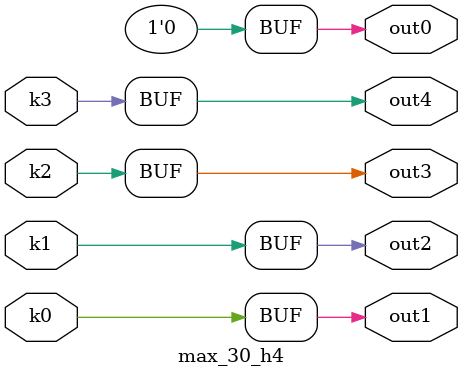
<source format=v>
module max_30(pi00, pi01, pi02, pi03, pi04, pi05, pi06, pi07, pi08, pi09, pi10, po0, po1, po2, po3, po4);
input pi00, pi01, pi02, pi03, pi04, pi05, pi06, pi07, pi08, pi09, pi10;
output po0, po1, po2, po3, po4;
wire k0, k1, k2, k3;
max_30_w4 DUT1 (pi00, pi01, pi02, pi03, pi04, pi05, pi06, pi07, pi08, pi09, pi10, k0, k1, k2, k3);
max_30_h4 DUT2 (k0, k1, k2, k3, po0, po1, po2, po3, po4);
endmodule

module max_30_w4(in10, in9, in8, in7, in6, in5, in4, in3, in2, in1, in0, k3, k2, k1, k0);
input in10, in9, in8, in7, in6, in5, in4, in3, in2, in1, in0;
output k3, k2, k1, k0;
assign k0 =   in0 ? ~in9 : ~in5;
assign k1 =   in0 ? ~in10 : ~in6;
assign k2 =   in0 ? ~in7 : ~in3;
assign k3 =   ~in1 & ((((~in10 & (in6 | in2)) | (in6 & in2)) & (~in7 | in3) & (~in8 | in4) & (~in9 | in5)) | ((~in7 | in3) & ((~in9 & in5 & (~in8 | in4)) | (~in8 & in4))) | (~in7 & in3));
endmodule

module max_30_h4(k3, k2, k1, k0, out4, out3, out2, out1, out0);
input k3, k2, k1, k0;
output out4, out3, out2, out1, out0;
assign out0 = 0;
assign out1 = k0;
assign out2 = k1;
assign out3 = k2;
assign out4 = k3;
endmodule

</source>
